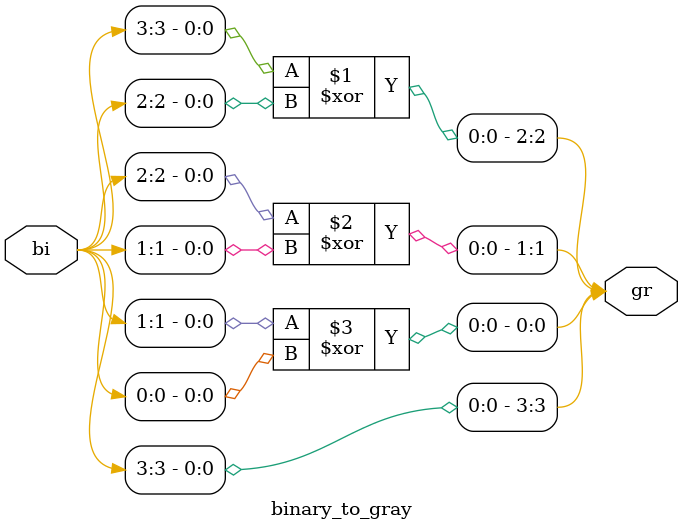
<source format=v>
module binary_to_gray(
  input [3:0]bi,
  output [3:0]gr
);
  assign gr[3] = bi[3];
  assign gr[2] = bi[3] ^ bi[2];
  assign gr[1] = bi[2] ^ bi[1];
  assign gr[0] = bi[1] ^ bi[0];
endmodule

</source>
